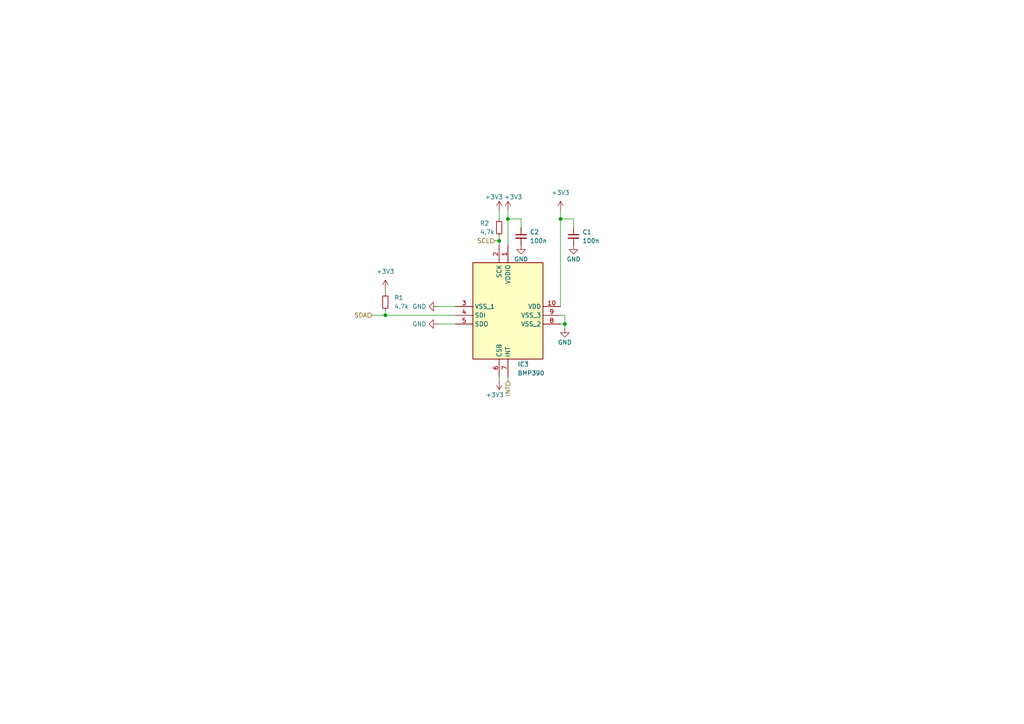
<source format=kicad_sch>
(kicad_sch (version 20231120) (generator "eeschema") (generator_version "8.0")
  (paper "A4")
  (lib_symbols
    (symbol "Device:C_Small" (pin_numbers hide) (pin_names (offset 0.254) hide)
      (property "Reference" "C" (at 0.254 1.778 0))
      (property "Value" "C_Small" (at 0.254 -2.032 0))
      (symbol "C_Small_0_1"
        (polyline (pts (xy -1.524 -0.508) (xy 1.524 -0.508)) (stroke (width 0.3302)))
        (polyline (pts (xy -1.524 0.508) (xy 1.524 0.508)) (stroke (width 0.3048)))
      )
      (symbol "C_Small_1_1"
        (pin passive line (at 0 2.54 270) (length 2.032) (name "~") (number "1"))
        (pin passive line (at 0 -2.54 90) (length 2.032) (name "~") (number "2"))
      )
    )
    (symbol "Device:R_Small" (pin_numbers hide) (pin_names (offset 0.254) hide)
      (property "Reference" "R" (at 0.762 0.508 0))
      (property "Value" "R_Small" (at 0.762 -1.016 0))
      (symbol "R_Small_0_1"
        (rectangle (start -0.762 1.778) (end 0.762 -1.778) (stroke (width 0.2032)))
      )
      (symbol "R_Small_1_1"
        (pin passive line (at 0 2.54 270) (length 0.762) (name "~") (number "1"))
        (pin passive line (at 0 -2.54 90) (length 0.762) (name "~") (number "2"))
      )
    )
    (symbol "power:+3V3" (power) (pin_numbers hide) (pin_names (offset 0) hide)
      (property "Value" "+3V3" (at 0 3.556 0))
      (symbol "+3V3_0_1"
        (polyline (pts (xy -0.762 1.27) (xy 0 2.54)))
        (polyline (pts (xy 0 0) (xy 0 2.54)))
        (polyline (pts (xy 0 2.54) (xy 0.762 1.27)))
      )
      (symbol "+3V3_1_1"
        (pin power_in line (at 0 0 90) (length 0) (name "~") (number "1"))
      )
    )
    (symbol "power:GND" (power) (pin_numbers hide) (pin_names (offset 0) hide)
      (property "Value" "GND" (at 0 -3.81 0))
      (symbol "GND_0_1"
        (polyline (pts (xy 0 0) (xy 0 -1.27) (xy 1.27 -1.27) (xy 0 -2.54) (xy -1.27 -1.27) (xy 0 -1.27)))
      )
      (symbol "GND_1_1"
        (pin power_in line (at 0 0 270) (length 0) (name "~") (number "1"))
      )
    )
    (symbol "sensor_fuser_symbol:BMP390"
      (property "Reference" "IC" (at 26.67 17.78 0))
      (property "Value" "BMP390" (at 26.67 15.24 0))
      (symbol "BMP390_1_1"
        (rectangle (start 5.08 12.7) (end 25.4 -15.24) (stroke (width 0.254)) (fill (type background)))
        (pin passive line (at 15.24 17.78 270) (length 5.08) (name "VDDIO") (number "1"))
        (pin passive line (at 30.48 0 180) (length 5.08) (name "VDD") (number "10"))
        (pin passive line (at 12.7 17.78 270) (length 5.08) (name "SCK") (number "2"))
        (pin passive line (at 0 0 0) (length 5.08) (name "VSS_1") (number "3"))
        (pin passive line (at 0 -2.54 0) (length 5.08) (name "SDI") (number "4"))
        (pin passive line (at 0 -5.08 0) (length 5.08) (name "SDO") (number "5"))
        (pin passive line (at 12.7 -20.32 90) (length 5.08) (name "CSB") (number "6"))
        (pin passive line (at 15.24 -20.32 90) (length 5.08) (name "INT") (number "7"))
        (pin passive line (at 30.48 -5.08 180) (length 5.08) (name "VSS_2") (number "8"))
        (pin passive line (at 30.48 -2.54 180) (length 5.08) (name "VSS_3") (number "9"))
      )
    )
  )
  (junction (at 147.32 63.5))
  (junction (at 162.56 63.5))
  (junction (at 144.78 69.85))
  (junction (at 111.76 91.44))
  (junction (at 163.83 93.98))
  (wire (pts (xy 107.95 91.44) (xy 111.76 91.44)))
  (wire (pts (xy 163.83 91.44) (xy 162.56 91.44)))
  (wire (pts (xy 127 93.98) (xy 132.08 93.98)))
  (wire (pts (xy 166.37 63.5) (xy 162.56 63.5)))
  (wire (pts (xy 147.32 63.5) (xy 147.32 71.12)))
  (wire (pts (xy 162.56 93.98) (xy 163.83 93.98)))
  (wire (pts (xy 144.78 69.85) (xy 144.78 71.12)))
  (wire (pts (xy 166.37 66.04) (xy 166.37 63.5)))
  (wire (pts (xy 147.32 110.49) (xy 147.32 109.22)))
  (wire (pts (xy 147.32 60.96) (xy 147.32 63.5)))
  (wire (pts (xy 143.51 69.85) (xy 144.78 69.85)))
  (wire (pts (xy 144.78 68.58) (xy 144.78 69.85)))
  (wire (pts (xy 151.13 66.04) (xy 151.13 63.5)))
  (wire (pts (xy 144.78 110.49) (xy 144.78 109.22)))
  (wire (pts (xy 151.13 63.5) (xy 147.32 63.5)))
  (wire (pts (xy 144.78 60.96) (xy 144.78 63.5)))
  (wire (pts (xy 111.76 91.44) (xy 132.08 91.44)))
  (wire (pts (xy 111.76 90.17) (xy 111.76 91.44)))
  (wire (pts (xy 162.56 60.96) (xy 162.56 63.5)))
  (wire (pts (xy 127 88.9) (xy 132.08 88.9)))
  (wire (pts (xy 111.76 83.82) (xy 111.76 85.09)))
  (wire (pts (xy 163.83 93.98) (xy 163.83 91.44)))
  (wire (pts (xy 162.56 63.5) (xy 162.56 88.9)))
  (wire (pts (xy 163.83 95.25) (xy 163.83 93.98)))
  (hierarchical_label "INT" (shape input) (at 147.32 110.49 270))
  (hierarchical_label "SDA" (shape input) (at 107.95 91.44 180))
  (hierarchical_label "SCL" (shape input) (at 143.51 69.85 180))
  (symbol (lib_id "Device:R_Small") (at 144.78 66.04 0) (unit 1)
    (property "Reference" "R2" (at 139.192 64.77 0) (effects (justify left)))
    (property "Value" "4.7k" (at 139.192 67.31 0) (effects (justify left)))
    (property "Footprint" "Resistor_SMD:R_0402_1005Metric_Pad0.72x0.64mm_HandSolder" (effects (hide yes)))
    (property "Description" "Resistor, small symbol" (effects (hide yes)))
  )
  (symbol (lib_id "power:GND") (at 127 88.9 270) (unit 1)
    (property "Reference" "#PWR02" (effects (hide yes)))
    (property "Value" "GND" (at 123.698 88.9 90) (effects (justify right)))
    (property "Description" "Power symbol creates a global label with name \"GND\" , ground" (effects (hide yes)))
  )
  (symbol (lib_id "power:GND") (at 151.13 71.12 0) (unit 1)
    (property "Reference" "#PWR06" (effects (hide yes)))
    (property "Value" "GND" (at 151.13 75.184 0))
    (property "Description" "Power symbol creates a global label with name \"GND\" , ground" (effects (hide yes)))
  )
  (symbol (lib_id "Device:C_Small") (at 151.13 68.58 0) (unit 1)
    (property "Reference" "C2" (at 153.67 67.3162 0) (effects (justify left)))
    (property "Value" "100n" (at 153.67 69.8562 0) (effects (justify left)))
    (property "Footprint" "Capacitor_SMD:C_0402_1005Metric_Pad0.74x0.62mm_HandSolder" (effects (hide yes)))
    (property "Description" "Unpolarized capacitor, small symbol" (effects (hide yes)))
  )
  (symbol (lib_id "power:+3V3") (at 147.32 60.96 0) (unit 1)
    (property "Reference" "#PWR03" (effects (hide yes)))
    (property "Value" "+3V3" (at 148.844 57.15 0))
    (property "Description" "Power symbol creates a global label with name \"+3V3\"" (effects (hide yes)))
  )
  (symbol (lib_id "power:GND") (at 163.83 95.25 0) (unit 1)
    (property "Reference" "#PWR01" (effects (hide yes)))
    (property "Value" "GND" (at 163.83 99.314 0))
    (property "Description" "Power symbol creates a global label with name \"GND\" , ground" (effects (hide yes)))
  )
  (symbol (lib_id "power:+3V3") (at 144.78 60.96 0) (unit 1)
    (property "Reference" "#PWR09" (effects (hide yes)))
    (property "Value" "+3V3" (at 143.256 57.15 0))
    (property "Description" "Power symbol creates a global label with name \"+3V3\"" (effects (hide yes)))
  )
  (symbol (lib_id "power:GND") (at 166.37 71.12 0) (unit 1)
    (property "Reference" "#PWR05" (effects (hide yes)))
    (property "Value" "GND" (at 166.37 75.184 0))
    (property "Description" "Power symbol creates a global label with name \"GND\" , ground" (effects (hide yes)))
  )
  (symbol (lib_id "power:GND") (at 127 93.98 270) (unit 1)
    (property "Reference" "#PWR07" (effects (hide yes)))
    (property "Value" "GND" (at 123.698 93.98 90) (effects (justify right)))
    (property "Description" "Power symbol creates a global label with name \"GND\" , ground" (effects (hide yes)))
  )
  (symbol (lib_id "power:+3V3") (at 162.56 60.96 0) (unit 1)
    (property "Reference" "#PWR04" (effects (hide yes)))
    (property "Value" "+3V3" (at 162.56 55.88 0))
    (property "Description" "Power symbol creates a global label with name \"+3V3\"" (effects (hide yes)))
  )
  (symbol (lib_id "Device:R_Small") (at 111.76 87.63 0) (unit 1)
    (property "Reference" "R1" (at 114.3 86.3599 0) (effects (justify left)))
    (property "Value" "4.7k" (at 114.3 88.8999 0) (effects (justify left)))
    (property "Footprint" "Resistor_SMD:R_0402_1005Metric_Pad0.72x0.64mm_HandSolder" (effects (hide yes)))
    (property "Description" "Resistor, small symbol" (effects (hide yes)))
  )
  (symbol (lib_id "Device:C_Small") (at 166.37 68.58 0) (unit 1)
    (property "Reference" "C1" (at 168.91 67.3162 0) (effects (justify left)))
    (property "Value" "100n" (at 168.91 69.8562 0) (effects (justify left)))
    (property "Footprint" "Capacitor_SMD:C_0402_1005Metric_Pad0.74x0.62mm_HandSolder" (effects (hide yes)))
    (property "Description" "Unpolarized capacitor, small symbol" (effects (hide yes)))
  )
  (symbol (lib_id "power:+3V3") (at 144.78 110.49 180) (unit 1)
    (property "Reference" "#PWR010" (effects (hide yes)))
    (property "Value" "+3V3" (at 143.51 114.554 0))
    (property "Description" "Power symbol creates a global label with name \"+3V3\"" (effects (hide yes)))
  )
  (symbol (lib_id "sensor_fuser_symbol:BMP390") (at 132.08 88.9 0) (unit 1)
    (property "Reference" "IC3" (at 150.114 105.664 0) (effects (justify left)))
    (property "Value" "BMP390" (at 150.114 108.204 0) (effects (justify left)))
    (property "Footprint" "sensor_fuser:BMP390" (effects (hide yes)))
    (property "Datasheet" "https://www.bosch-sensortec.com/media/boschsensortec/downloads/datasheets/bst-bmp390-ds002.pdf" (effects (hide yes)))
    (property "Description" "Board Mount Pressure Sensors" (effects (hide yes)))
    (property "Height" "0.8" (effects (hide yes)))
    (property "Manufacturer_Name" "BOSCH" (effects (hide yes)))
    (property "Manufacturer_Part_Number" "BMP390" (effects (hide yes)))
    (property "Mouser Part Number" "262-BMP390" (effects (hide yes)))
    (property "Mouser Price/Stock" "https://www.mouser.co.uk/ProductDetail/Bosch-Sensortec/BMP390?qs=QNEnbhJQKvYQVfvRMgo2YA%3D%3D" (effects (hide yes)))
    (property "Arrow Part Number" "BMP390" (effects (hide yes)))
    (property "Arrow Price/Stock" "https://www.arrow.com/en/products/bmp390/bosch?region=nac" (effects (hide yes)))
  )
  (symbol (lib_id "power:+3V3") (at 111.76 83.82 0) (unit 1)
    (property "Reference" "#PWR08" (effects (hide yes)))
    (property "Value" "+3V3" (at 111.76 78.74 0))
    (property "Description" "Power symbol creates a global label with name \"+3V3\"" (effects (hide yes)))
  )
)
</source>
